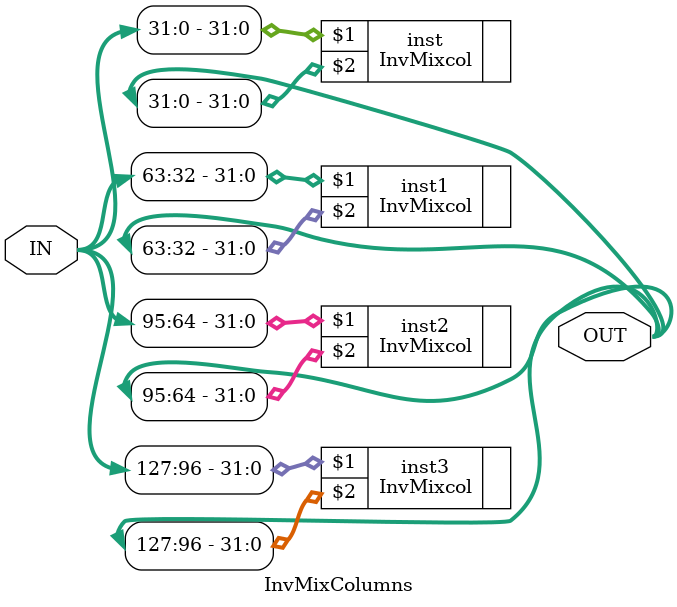
<source format=v>
module InvMixColumns(IN, OUT);
  input wire [127:0] IN;
  output wire [127:0] OUT;
  InvMixcol inst(IN[31:0],OUT[31:0]);
  InvMixcol inst1(IN[63:32],OUT[63:32]);
  InvMixcol inst2(IN[95:64],OUT[95:64]);
  InvMixcol inst3(IN[127:96],OUT[127:96]);
endmodule
  
  

</source>
